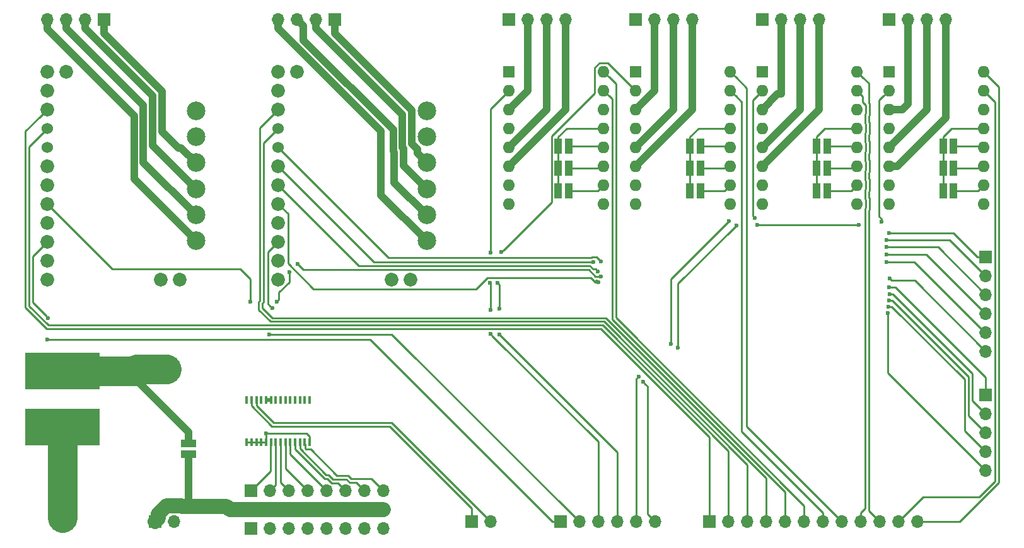
<source format=gbr>
G04 #@! TF.FileFunction,Copper,L1,Top,Signal*
%FSLAX46Y46*%
G04 Gerber Fmt 4.6, Leading zero omitted, Abs format (unit mm)*
G04 Created by KiCad (PCBNEW 4.0.7) date 03/14/18 22:29:54*
%MOMM*%
%LPD*%
G01*
G04 APERTURE LIST*
%ADD10C,0.100000*%
%ADD11R,1.600000X1.600000*%
%ADD12O,1.600000X1.600000*%
%ADD13R,10.000000X5.000000*%
%ADD14R,1.700000X1.700000*%
%ADD15O,1.700000X1.700000*%
%ADD16R,1.000000X2.000000*%
%ADD17R,2.000000X1.000000*%
%ADD18C,1.850000*%
%ADD19C,1.524000*%
%ADD20C,2.500000*%
%ADD21R,0.400000X1.100000*%
%ADD22C,2.000000*%
%ADD23C,0.600000*%
%ADD24C,4.000000*%
%ADD25C,0.250000*%
%ADD26C,1.000000*%
%ADD27C,2.000000*%
G04 APERTURE END LIST*
D10*
D11*
X180000000Y-57000000D03*
D12*
X192700000Y-74780000D03*
X180000000Y-59540000D03*
X192700000Y-72240000D03*
X180000000Y-62080000D03*
X192700000Y-69700000D03*
X180000000Y-64620000D03*
X192700000Y-67160000D03*
X180000000Y-67160000D03*
X192700000Y-64620000D03*
X180000000Y-69700000D03*
X192700000Y-62080000D03*
X180000000Y-72240000D03*
X192700000Y-59540000D03*
X180000000Y-74780000D03*
X192700000Y-57000000D03*
D11*
X197000000Y-57000000D03*
D12*
X209700000Y-74780000D03*
X197000000Y-59540000D03*
X209700000Y-72240000D03*
X197000000Y-62080000D03*
X209700000Y-69700000D03*
X197000000Y-64620000D03*
X209700000Y-67160000D03*
X197000000Y-67160000D03*
X209700000Y-64620000D03*
X197000000Y-69700000D03*
X209700000Y-62080000D03*
X197000000Y-72240000D03*
X209700000Y-59540000D03*
X197000000Y-74780000D03*
X209700000Y-57000000D03*
D11*
X214000000Y-57000000D03*
D12*
X226700000Y-74780000D03*
X214000000Y-59540000D03*
X226700000Y-72240000D03*
X214000000Y-62080000D03*
X226700000Y-69700000D03*
X214000000Y-64620000D03*
X226700000Y-67160000D03*
X214000000Y-67160000D03*
X226700000Y-64620000D03*
X214000000Y-69700000D03*
X226700000Y-62080000D03*
X214000000Y-72240000D03*
X226700000Y-59540000D03*
X214000000Y-74780000D03*
X226700000Y-57000000D03*
D11*
X231000000Y-57000000D03*
D12*
X243700000Y-74780000D03*
X231000000Y-59540000D03*
X243700000Y-72240000D03*
X231000000Y-62080000D03*
X243700000Y-69700000D03*
X231000000Y-64620000D03*
X243700000Y-67160000D03*
X231000000Y-67160000D03*
X243700000Y-64620000D03*
X231000000Y-69700000D03*
X243700000Y-62080000D03*
X231000000Y-72240000D03*
X243700000Y-59540000D03*
X231000000Y-74780000D03*
X243700000Y-57000000D03*
D13*
X120000000Y-97250000D03*
X120000000Y-104750000D03*
D14*
X180000000Y-50000000D03*
D15*
X182540000Y-50000000D03*
X185080000Y-50000000D03*
X187620000Y-50000000D03*
D14*
X197000000Y-50000000D03*
D15*
X199540000Y-50000000D03*
X202080000Y-50000000D03*
X204620000Y-50000000D03*
D14*
X214000000Y-50000000D03*
D15*
X216540000Y-50000000D03*
X219080000Y-50000000D03*
X221620000Y-50000000D03*
D14*
X231000000Y-50000000D03*
D15*
X233540000Y-50000000D03*
X236080000Y-50000000D03*
X238620000Y-50000000D03*
D14*
X125620000Y-50000000D03*
D15*
X123080000Y-50000000D03*
X120540000Y-50000000D03*
X118000000Y-50000000D03*
D14*
X156620000Y-50000000D03*
D15*
X154080000Y-50000000D03*
X151540000Y-50000000D03*
X149000000Y-50000000D03*
D14*
X206920000Y-117500000D03*
D15*
X209460000Y-117500000D03*
X212000000Y-117500000D03*
X214540000Y-117500000D03*
X217080000Y-117500000D03*
X219620000Y-117500000D03*
X222160000Y-117500000D03*
X224700000Y-117500000D03*
X227240000Y-117500000D03*
X229780000Y-117500000D03*
X232320000Y-117500000D03*
X234860000Y-117500000D03*
D14*
X244000000Y-100460000D03*
D15*
X244000000Y-103000000D03*
X244000000Y-105540000D03*
X244000000Y-108080000D03*
X244000000Y-110620000D03*
D14*
X244000000Y-81920000D03*
D15*
X244000000Y-84460000D03*
X244000000Y-87000000D03*
X244000000Y-89540000D03*
X244000000Y-92080000D03*
X244000000Y-94620000D03*
D14*
X186920000Y-117500000D03*
D15*
X189460000Y-117500000D03*
X192000000Y-117500000D03*
X194540000Y-117500000D03*
X197080000Y-117500000D03*
X199620000Y-117500000D03*
D14*
X145380000Y-115900000D03*
D15*
X147920000Y-115900000D03*
X150460000Y-115900000D03*
X153000000Y-115900000D03*
X155540000Y-115900000D03*
X158080000Y-115900000D03*
X160620000Y-115900000D03*
X163160000Y-115900000D03*
D14*
X145380000Y-118440000D03*
D15*
X147920000Y-118440000D03*
X150460000Y-118440000D03*
X153000000Y-118440000D03*
X155540000Y-118440000D03*
X158080000Y-118440000D03*
X160620000Y-118440000D03*
X163160000Y-118440000D03*
D14*
X132500000Y-117500000D03*
D15*
X135040000Y-117500000D03*
D14*
X145380000Y-113360000D03*
D15*
X147920000Y-113360000D03*
X150460000Y-113360000D03*
X153000000Y-113360000D03*
X155540000Y-113360000D03*
X158080000Y-113360000D03*
X160620000Y-113360000D03*
X163160000Y-113360000D03*
D16*
X186600000Y-73000000D03*
X188000000Y-73000000D03*
X204300000Y-73000000D03*
X205700000Y-73000000D03*
X221300000Y-73000000D03*
X222700000Y-73000000D03*
X238300000Y-73000000D03*
X239700000Y-73000000D03*
X186600000Y-70000000D03*
X188000000Y-70000000D03*
X204300000Y-70000000D03*
X205700000Y-70000000D03*
X221300000Y-70000000D03*
X222700000Y-70000000D03*
X238300000Y-70000000D03*
X239700000Y-70000000D03*
X186600000Y-67000000D03*
X188000000Y-67000000D03*
X204300000Y-67000000D03*
X205700000Y-67000000D03*
X221300000Y-67000000D03*
X222700000Y-67000000D03*
X238300000Y-67000000D03*
X239700000Y-67000000D03*
D17*
X137000000Y-107000000D03*
X137000000Y-108400000D03*
D18*
X120540000Y-57000000D03*
X118000000Y-57000000D03*
X118000000Y-59541818D03*
X118000000Y-62083636D03*
D19*
X118000000Y-64625454D03*
X118000000Y-67167272D03*
D18*
X118000000Y-69709090D03*
X118000000Y-72250908D03*
X118000000Y-74792726D03*
X118000000Y-77334544D03*
X118000000Y-79876362D03*
X118000000Y-82418180D03*
X118000000Y-84959998D03*
D20*
X137940000Y-62250000D03*
X137940000Y-65750000D03*
X137940000Y-69250000D03*
X137940000Y-72750000D03*
X137940000Y-76250000D03*
X137940000Y-79750000D03*
D18*
X135780000Y-84959998D03*
X133240000Y-84959998D03*
X151540000Y-57000000D03*
X149000000Y-57000000D03*
X149000000Y-59541818D03*
X149000000Y-62083636D03*
D19*
X149000000Y-64625454D03*
X149000000Y-67167272D03*
D18*
X149000000Y-69709090D03*
X149000000Y-72250908D03*
X149000000Y-74792726D03*
X149000000Y-77334544D03*
X149000000Y-79876362D03*
X149000000Y-82418180D03*
X149000000Y-84959998D03*
D20*
X168940000Y-62250000D03*
X168940000Y-65750000D03*
X168940000Y-69250000D03*
X168940000Y-72750000D03*
X168940000Y-76250000D03*
X168940000Y-79750000D03*
D18*
X166780000Y-84959998D03*
X164240000Y-84959998D03*
D21*
X144775000Y-106850000D03*
X145425000Y-106850000D03*
X146075000Y-106850000D03*
X146725000Y-106850000D03*
X147375000Y-106850000D03*
X148025000Y-106850000D03*
X148675000Y-106850000D03*
X149325000Y-106850000D03*
X149975000Y-106850000D03*
X150625000Y-106850000D03*
X151275000Y-106850000D03*
X151925000Y-106850000D03*
X152575000Y-106850000D03*
X153225000Y-106850000D03*
X153225000Y-101150000D03*
X152575000Y-101150000D03*
X151925000Y-101150000D03*
X151275000Y-101150000D03*
X150625000Y-101150000D03*
X149975000Y-101150000D03*
X149325000Y-101150000D03*
X148675000Y-101150000D03*
X148025000Y-101150000D03*
X147375000Y-101150000D03*
X146725000Y-101150000D03*
X146075000Y-101150000D03*
X145425000Y-101150000D03*
X144775000Y-101150000D03*
D14*
X175000000Y-117500000D03*
D15*
X177540000Y-117500000D03*
D22*
X120000000Y-117000000D03*
X120000000Y-115000000D03*
X120000000Y-113000000D03*
X120000000Y-111000000D03*
X120000000Y-109000000D03*
D23*
X147400000Y-105600000D03*
X147700000Y-101150000D03*
X177400000Y-85434989D03*
X177504438Y-81324989D03*
X177500000Y-92275041D03*
X177500000Y-89000000D03*
D22*
X134000000Y-97000000D03*
X132000000Y-97000000D03*
X130000000Y-97000000D03*
X128000000Y-97250000D03*
X126000000Y-97250000D03*
D23*
X178484325Y-85434989D03*
X179000000Y-81275010D03*
X178700000Y-88900000D03*
X178700000Y-92300000D03*
X213000000Y-76700000D03*
X197400000Y-98000000D03*
X209500000Y-77100000D03*
X201700000Y-93600000D03*
X210500000Y-77700000D03*
X198000000Y-98700000D03*
X202700000Y-94100000D03*
X227000000Y-77574968D03*
X213300000Y-77574968D03*
X230000000Y-77200000D03*
X192300000Y-82500000D03*
X231000000Y-86000000D03*
X191358485Y-82619890D03*
X231100000Y-86900000D03*
X191932293Y-83850012D03*
X231041741Y-87748987D03*
X192376175Y-84574918D03*
X145300000Y-87935029D03*
X148800000Y-87935044D03*
X150500000Y-84000000D03*
X151578965Y-82852958D03*
X230985267Y-88597120D03*
X192026153Y-85349517D03*
X230882902Y-89440945D03*
X231000000Y-78700000D03*
X230700000Y-79600000D03*
X230700000Y-80600000D03*
X230699986Y-81600000D03*
X230700000Y-82600000D03*
X231100000Y-84800000D03*
X118000000Y-93000000D03*
X118100000Y-90100000D03*
X148200000Y-88800000D03*
X147799990Y-92300000D03*
D24*
X120000000Y-115000000D02*
X120000000Y-117000000D01*
X120000000Y-113000000D02*
X120000000Y-115000000D01*
X120000000Y-111000000D02*
X120000000Y-113000000D01*
X120000000Y-109000000D02*
X120000000Y-111000000D01*
X120000000Y-104750000D02*
X120000000Y-109000000D01*
D25*
X147824264Y-105600000D02*
X147400000Y-105600000D01*
X152775000Y-105600000D02*
X147824264Y-105600000D01*
X153225000Y-106050000D02*
X152775000Y-105600000D01*
X153225000Y-106850000D02*
X153225000Y-106050000D01*
X147375000Y-105625000D02*
X147400000Y-105600000D01*
X147375000Y-106850000D02*
X147375000Y-105625000D01*
X147375000Y-101150000D02*
X147700000Y-101150000D01*
X147700000Y-101150000D02*
X148025000Y-101150000D01*
X146725000Y-106850000D02*
X147375000Y-106850000D01*
X146075000Y-106850000D02*
X146725000Y-106850000D01*
X145425000Y-106850000D02*
X146075000Y-106850000D01*
X144775000Y-106850000D02*
X145425000Y-106850000D01*
X177500000Y-85534989D02*
X177400000Y-85434989D01*
X177500000Y-89000000D02*
X177500000Y-85534989D01*
X180000000Y-59540000D02*
X177504438Y-62035562D01*
X177504438Y-80900725D02*
X177504438Y-81324989D01*
X177504438Y-62035562D02*
X177504438Y-80900725D01*
X177799999Y-92575040D02*
X177500000Y-92275041D01*
X192000000Y-117500000D02*
X192000000Y-106775041D01*
X192000000Y-106775041D02*
X177799999Y-92575040D01*
X188000000Y-73000000D02*
X191940000Y-73000000D01*
X191940000Y-73000000D02*
X192700000Y-72240000D01*
D26*
X180000000Y-62080000D02*
X182540000Y-59540000D01*
X182540000Y-59540000D02*
X182540000Y-50000000D01*
D25*
X188000000Y-70000000D02*
X192400000Y-70000000D01*
X192400000Y-70000000D02*
X192700000Y-69700000D01*
X188000000Y-67000000D02*
X192540000Y-67000000D01*
X192540000Y-67000000D02*
X192700000Y-67160000D01*
D26*
X180000000Y-67160000D02*
X185080000Y-62080000D01*
X185080000Y-62080000D02*
X185080000Y-50000000D01*
D25*
X186600000Y-67000000D02*
X186600000Y-73000000D01*
X204300000Y-67000000D02*
X204300000Y-68250000D01*
X204300000Y-68250000D02*
X204300000Y-73000000D01*
X221300000Y-67000000D02*
X221300000Y-73000000D01*
X238300000Y-67000000D02*
X238300000Y-68250000D01*
X238300000Y-68250000D02*
X238300000Y-73000000D01*
X243700000Y-64620000D02*
X239430000Y-64620000D01*
X239430000Y-64620000D02*
X238300000Y-65750000D01*
X238300000Y-65750000D02*
X238300000Y-67000000D01*
X226700000Y-64620000D02*
X222430000Y-64620000D01*
X222430000Y-64620000D02*
X221300000Y-65750000D01*
X221300000Y-65750000D02*
X221300000Y-67000000D01*
X209700000Y-64620000D02*
X205430000Y-64620000D01*
X205430000Y-64620000D02*
X204300000Y-65750000D01*
X204300000Y-65750000D02*
X204300000Y-67000000D01*
X192700000Y-64620000D02*
X187730000Y-64620000D01*
X187730000Y-64620000D02*
X186600000Y-65750000D01*
X186600000Y-65750000D02*
X186600000Y-67000000D01*
D26*
X187620000Y-51202081D02*
X187620000Y-50000000D01*
X187620000Y-62080000D02*
X187620000Y-51202081D01*
X180000000Y-69700000D02*
X187620000Y-62080000D01*
D25*
X217080000Y-117500000D02*
X217080000Y-113500056D01*
X217080000Y-113500056D02*
X193875001Y-90295057D01*
X193499999Y-60339999D02*
X192700000Y-59540000D01*
X193875001Y-90295057D02*
X193875001Y-60715001D01*
X193875001Y-60715001D02*
X193499999Y-60339999D01*
D24*
X132000000Y-97000000D02*
X134000000Y-97000000D01*
X130000000Y-97000000D02*
X132000000Y-97000000D01*
X128000000Y-97250000D02*
X129750000Y-97250000D01*
X129750000Y-97250000D02*
X130000000Y-97000000D01*
D26*
X128750000Y-97250000D02*
X128000000Y-97250000D01*
D24*
X126000000Y-97250000D02*
X128000000Y-97250000D01*
X120000000Y-97250000D02*
X126000000Y-97250000D01*
D26*
X137000000Y-107000000D02*
X137000000Y-105500000D01*
X137000000Y-105500000D02*
X128750000Y-97250000D01*
D25*
X193499999Y-57799999D02*
X192700000Y-57000000D01*
X194375012Y-58675012D02*
X193499999Y-57799999D01*
X194375012Y-90087946D02*
X194375012Y-58675012D01*
X219620000Y-117500000D02*
X219620000Y-115332934D01*
X219620000Y-115332934D02*
X194375012Y-90087946D01*
X178700000Y-88900000D02*
X178700000Y-85650664D01*
X178700000Y-85650664D02*
X178484325Y-85434989D01*
X179299999Y-80975011D02*
X179000000Y-81275010D01*
X185724999Y-74550011D02*
X179299999Y-80975011D01*
X191524999Y-59899999D02*
X185724999Y-65699999D01*
X192135999Y-55824999D02*
X191524999Y-56435999D01*
X193284999Y-55824999D02*
X192135999Y-55824999D01*
X191524999Y-56435999D02*
X191524999Y-59899999D01*
X197000000Y-59540000D02*
X193284999Y-55824999D01*
X185724999Y-65699999D02*
X185724999Y-74550011D01*
X194540000Y-117500000D02*
X194540000Y-108140000D01*
X194540000Y-108140000D02*
X178700000Y-92300000D01*
X205700000Y-73000000D02*
X208940000Y-73000000D01*
X208940000Y-73000000D02*
X209700000Y-72240000D01*
D26*
X197000000Y-62080000D02*
X199540000Y-59540000D01*
X199540000Y-59540000D02*
X199540000Y-50000000D01*
D25*
X205700000Y-70000000D02*
X209400000Y-70000000D01*
X209400000Y-70000000D02*
X209700000Y-69700000D01*
X205700000Y-67000000D02*
X209540000Y-67000000D01*
X209540000Y-67000000D02*
X209700000Y-67160000D01*
D26*
X197000000Y-67160000D02*
X202080000Y-62080000D01*
X202080000Y-62080000D02*
X202080000Y-50000000D01*
X197000000Y-69700000D02*
X204620000Y-62080000D01*
X204620000Y-62080000D02*
X204620000Y-50000000D01*
D25*
X211249989Y-105387908D02*
X211249989Y-61089989D01*
X222160000Y-116297919D02*
X211249989Y-105387908D01*
X211249989Y-61089989D02*
X210499999Y-60339999D01*
X222160000Y-117500000D02*
X222160000Y-116297919D01*
X210499999Y-60339999D02*
X209700000Y-59540000D01*
X224700000Y-117500000D02*
X211900000Y-104700000D01*
X211900000Y-104700000D02*
X211900000Y-59200000D01*
X211900000Y-59200000D02*
X210499999Y-57799999D01*
X210499999Y-57799999D02*
X209700000Y-57000000D01*
X212700001Y-76400001D02*
X213000000Y-76700000D01*
X212700001Y-60839999D02*
X212700001Y-76400001D01*
X214000000Y-59540000D02*
X212700001Y-60839999D01*
X197100001Y-98299999D02*
X197400000Y-98000000D01*
X197080000Y-98320000D02*
X197100001Y-98299999D01*
X197080000Y-117500000D02*
X197080000Y-98320000D01*
X209200001Y-77399999D02*
X209500000Y-77100000D01*
X201700000Y-93600000D02*
X201700000Y-84900000D01*
X201700000Y-84900000D02*
X209200001Y-77399999D01*
X222700000Y-73000000D02*
X225940000Y-73000000D01*
X225940000Y-73000000D02*
X226700000Y-72240000D01*
D26*
X214000000Y-62080000D02*
X216080000Y-60000000D01*
X216080000Y-60000000D02*
X216500000Y-60000000D01*
X216500000Y-60000000D02*
X216540000Y-59960000D01*
X216540000Y-59960000D02*
X216540000Y-50000000D01*
D25*
X222700000Y-70000000D02*
X226400000Y-70000000D01*
X226400000Y-70000000D02*
X226700000Y-69700000D01*
X222700000Y-67000000D02*
X226540000Y-67000000D01*
X226540000Y-67000000D02*
X226700000Y-67160000D01*
D26*
X214000000Y-67160000D02*
X219080000Y-62080000D01*
X219080000Y-62080000D02*
X219080000Y-50000000D01*
X214000000Y-69700000D02*
X221620000Y-62080000D01*
X221620000Y-62080000D02*
X221620000Y-50000000D01*
D25*
X227499999Y-61140997D02*
X227499999Y-60339999D01*
X227875001Y-69135999D02*
X227799989Y-69060987D01*
X227875001Y-61515999D02*
X227499999Y-61140997D01*
X227875001Y-66595999D02*
X227799989Y-66520987D01*
X227799989Y-63980987D02*
X227799989Y-62719013D01*
X227875001Y-64055999D02*
X227799989Y-63980987D01*
X227875001Y-74215999D02*
X227799989Y-74140987D01*
X227875001Y-67724001D02*
X227875001Y-66595999D01*
X227799989Y-72879013D02*
X227875001Y-72804001D01*
X227799989Y-69060987D02*
X227799989Y-67799013D01*
X227799989Y-65259013D02*
X227875001Y-65184001D01*
X227875001Y-71675999D02*
X227799989Y-71600987D01*
X227875001Y-72804001D02*
X227875001Y-71675999D01*
X227799989Y-115737930D02*
X227799989Y-75419013D01*
X227875001Y-75344001D02*
X227875001Y-74215999D01*
X227875001Y-65184001D02*
X227875001Y-64055999D01*
X227799989Y-71600987D02*
X227799989Y-70339013D01*
X227799989Y-75419013D02*
X227875001Y-75344001D01*
X227240000Y-116297919D02*
X227799989Y-115737930D01*
X227240000Y-117500000D02*
X227240000Y-116297919D01*
X227799989Y-70339013D02*
X227875001Y-70264001D01*
X227875001Y-62644001D02*
X227875001Y-61515999D01*
X227875001Y-70264001D02*
X227875001Y-69135999D01*
X227799989Y-62719013D02*
X227875001Y-62644001D01*
X227799989Y-66520987D02*
X227799989Y-65259013D01*
X227799989Y-74140987D02*
X227799989Y-72879013D01*
X227799989Y-67799013D02*
X227875001Y-67724001D01*
X227499999Y-60339999D02*
X226700000Y-59540000D01*
X228375011Y-66388887D02*
X228300000Y-66313876D01*
X228375011Y-71468887D02*
X228300000Y-71393876D01*
X228300000Y-63773876D02*
X228300000Y-62926124D01*
X228300000Y-70546124D02*
X228375012Y-70471112D01*
X228300000Y-75626124D02*
X228375012Y-75551112D01*
X228300000Y-61233876D02*
X228300000Y-58600000D01*
X229780000Y-117500000D02*
X228300000Y-116020000D01*
X228300000Y-116020000D02*
X228300000Y-75626124D01*
X228375012Y-70471112D02*
X228375011Y-68928887D01*
X228375012Y-75551112D02*
X228375011Y-74008887D01*
X228375012Y-73011112D02*
X228375011Y-71468887D01*
X228375011Y-74008887D02*
X228300000Y-73933876D01*
X228300000Y-73933876D02*
X228300000Y-73086124D01*
X228300000Y-73086124D02*
X228375012Y-73011112D01*
X228300000Y-71393876D02*
X228300000Y-70546124D01*
X228375011Y-68928887D02*
X228300000Y-68853876D01*
X228300000Y-68853876D02*
X228300000Y-68006124D01*
X228300000Y-68006124D02*
X228375012Y-67931112D01*
X228375012Y-67931112D02*
X228375011Y-66388887D01*
X228300000Y-66313876D02*
X228300000Y-65466124D01*
X227499999Y-57799999D02*
X226700000Y-57000000D01*
X228300000Y-65466124D02*
X228375012Y-65391112D01*
X228375011Y-63848887D02*
X228300000Y-63773876D01*
X228375012Y-65391112D02*
X228375011Y-63848887D01*
X228300000Y-62926124D02*
X228375012Y-62851112D01*
X228375012Y-62851112D02*
X228375011Y-61308887D01*
X228375011Y-61308887D02*
X228300000Y-61233876D01*
X228300000Y-58600000D02*
X227499999Y-57799999D01*
X230000000Y-77200000D02*
X230000000Y-76775736D01*
X230000000Y-76775736D02*
X229700000Y-76475736D01*
X229700000Y-60840000D02*
X230200001Y-60339999D01*
X229700000Y-76475736D02*
X229700000Y-60840000D01*
X230200001Y-60339999D02*
X231000000Y-59540000D01*
X202700000Y-85500000D02*
X210200001Y-77999999D01*
X202700000Y-94100000D02*
X202700000Y-85500000D01*
X210200001Y-77999999D02*
X210500000Y-77700000D01*
X199620000Y-117500000D02*
X198600000Y-116480000D01*
X198600000Y-116480000D02*
X198600000Y-99300000D01*
X198600000Y-99300000D02*
X198299999Y-98999999D01*
X198299999Y-98999999D02*
X198000000Y-98700000D01*
X226575736Y-77574968D02*
X213300000Y-77574968D01*
X227000000Y-77574968D02*
X226575736Y-77574968D01*
X239700000Y-73000000D02*
X242940000Y-73000000D01*
X242940000Y-73000000D02*
X243700000Y-72240000D01*
D26*
X231000000Y-62080000D02*
X232820000Y-62080000D01*
X232820000Y-62080000D02*
X233540000Y-61360000D01*
X233540000Y-61360000D02*
X233540000Y-51202081D01*
X233540000Y-51202081D02*
X233540000Y-50000000D01*
D25*
X239700000Y-70000000D02*
X243400000Y-70000000D01*
X243400000Y-70000000D02*
X243700000Y-69700000D01*
X239700000Y-67000000D02*
X243540000Y-67000000D01*
X243540000Y-67000000D02*
X243700000Y-67160000D01*
D26*
X231000000Y-67160000D02*
X236080000Y-62080000D01*
X236080000Y-62080000D02*
X236080000Y-50000000D01*
X231000000Y-69700000D02*
X232131370Y-69700000D01*
X232131370Y-69700000D02*
X238620000Y-63211370D01*
X238620000Y-63211370D02*
X238620000Y-51202081D01*
X238620000Y-51202081D02*
X238620000Y-50000000D01*
D25*
X243100000Y-114200000D02*
X245225001Y-112074999D01*
X245225001Y-112074999D02*
X245225001Y-61065001D01*
X245225001Y-61065001D02*
X244499999Y-60339999D01*
X244499999Y-60339999D02*
X243700000Y-59540000D01*
X235620000Y-114200000D02*
X243100000Y-114200000D01*
X232320000Y-117500000D02*
X235620000Y-114200000D01*
X234860000Y-117500000D02*
X240507122Y-117500000D01*
X244499999Y-57799999D02*
X243700000Y-57000000D01*
X240507122Y-117500000D02*
X245800000Y-112207122D01*
X245800000Y-112207122D02*
X245800000Y-59100000D01*
X245800000Y-59100000D02*
X244499999Y-57799999D01*
D26*
X137940000Y-69250000D02*
X135989999Y-67299999D01*
X135989999Y-67299999D02*
X135599999Y-67299999D01*
X133400000Y-65100000D02*
X133400000Y-59630000D01*
X135599999Y-67299999D02*
X133400000Y-65100000D01*
X133400000Y-59630000D02*
X125620000Y-51850000D01*
X125620000Y-51850000D02*
X125620000Y-50000000D01*
X137940000Y-72750000D02*
X132149989Y-66959989D01*
X132149989Y-60272070D02*
X123080000Y-51202081D01*
X123080000Y-51202081D02*
X123080000Y-50000000D01*
X132149989Y-66959989D02*
X132149989Y-60272070D01*
X120540000Y-51202081D02*
X120540000Y-50000000D01*
X130899978Y-61562059D02*
X120540000Y-51202081D01*
X137940000Y-76250000D02*
X130899978Y-69209978D01*
X130899978Y-69209978D02*
X130899978Y-61562059D01*
X118000000Y-51202081D02*
X118000000Y-50000000D01*
X129649967Y-62949967D02*
X118000000Y-51300000D01*
X137940000Y-79750000D02*
X129649967Y-71459967D01*
X118000000Y-51300000D02*
X118000000Y-51202081D01*
X129649967Y-71459967D02*
X129649967Y-62949967D01*
X166939999Y-66710001D02*
X166939999Y-62169999D01*
X167690001Y-67460003D02*
X166939999Y-66710001D01*
X167690001Y-68000001D02*
X167690001Y-67460003D01*
X156620000Y-51850000D02*
X156620000Y-50000000D01*
X166939999Y-62169999D02*
X156620000Y-51850000D01*
X168940000Y-69250000D02*
X167690001Y-68000001D01*
X165689988Y-62812069D02*
X154080000Y-51202081D01*
X165839988Y-69649988D02*
X165839988Y-67377772D01*
X168940000Y-72750000D02*
X165839988Y-69649988D01*
X165689988Y-67227772D02*
X165689988Y-62812069D01*
X165839988Y-67377772D02*
X165689988Y-67227772D01*
X154080000Y-51202081D02*
X154080000Y-50000000D01*
X152389999Y-52789999D02*
X152389999Y-50849999D01*
X168940000Y-76250000D02*
X164589977Y-71899977D01*
X164589977Y-71899977D02*
X164589977Y-67895543D01*
X164589977Y-67895543D02*
X164439977Y-67745543D01*
X164439977Y-67745543D02*
X164439977Y-64839977D01*
X164439977Y-64839977D02*
X152389999Y-52789999D01*
X152389999Y-50849999D02*
X151540000Y-50000000D01*
X168940000Y-79750000D02*
X162800000Y-73610000D01*
X162800000Y-73610000D02*
X162800000Y-65002081D01*
X149000000Y-51202081D02*
X149000000Y-50000000D01*
X162800000Y-65002081D02*
X149000000Y-51202081D01*
D25*
X117075001Y-63008635D02*
X118000000Y-62083636D01*
X115050000Y-88720712D02*
X115050000Y-65033636D01*
X192351487Y-91600031D02*
X117929319Y-91600031D01*
X206920000Y-106168544D02*
X192351487Y-91600031D01*
X115050000Y-65033636D02*
X117075001Y-63008635D01*
X206920000Y-117500000D02*
X206920000Y-106168544D01*
X117929319Y-91600031D02*
X115050000Y-88720712D01*
X115550011Y-88513601D02*
X115550011Y-67075443D01*
X117238001Y-65387453D02*
X118000000Y-64625454D01*
X115550011Y-67075443D02*
X117238001Y-65387453D01*
X118136431Y-91100021D02*
X115550011Y-88513601D01*
X192558599Y-91100021D02*
X118136431Y-91100021D01*
X209460000Y-117500000D02*
X209460000Y-108001422D01*
X209460000Y-108001422D02*
X192558599Y-91100021D01*
X148075001Y-63008635D02*
X149000000Y-62083636D01*
X146499989Y-64583647D02*
X148075001Y-63008635D01*
X212000000Y-117500000D02*
X212000000Y-109834300D01*
X146499989Y-87846026D02*
X146499989Y-64583647D01*
X146402118Y-87943897D02*
X146499989Y-87846026D01*
X212000000Y-109834300D02*
X192765711Y-90600011D01*
X146402117Y-89006122D02*
X146402118Y-87943897D01*
X147996006Y-90600011D02*
X146402117Y-89006122D01*
X192765711Y-90600011D02*
X147996006Y-90600011D01*
X146902128Y-88151009D02*
X147000000Y-88053137D01*
X147000000Y-88053137D02*
X147000000Y-66625454D01*
X147000000Y-66625454D02*
X148238001Y-65387453D01*
X214540000Y-111667178D02*
X192972822Y-90100000D01*
X192972822Y-90100000D02*
X148203117Y-90100000D01*
X146902128Y-88799011D02*
X146902128Y-88151009D01*
X148203117Y-90100000D02*
X146902128Y-88799011D01*
X214540000Y-117500000D02*
X214540000Y-111667178D01*
X148238001Y-65387453D02*
X149000000Y-64625454D01*
X163832727Y-81999999D02*
X191063161Y-81999999D01*
X191728132Y-81928132D02*
X192000001Y-82200001D01*
X191135028Y-81928132D02*
X191728132Y-81928132D01*
X191063161Y-81999999D02*
X191135028Y-81928132D01*
X149000000Y-67167272D02*
X163832727Y-81999999D01*
X192000001Y-82200001D02*
X192300000Y-82500000D01*
X244000000Y-100460000D02*
X244000000Y-98100000D01*
X244000000Y-98100000D02*
X231900000Y-86000000D01*
X231900000Y-86000000D02*
X231000000Y-86000000D01*
X191316524Y-82577929D02*
X191358485Y-82619890D01*
X161868839Y-82577929D02*
X191316524Y-82577929D01*
X149000000Y-69709090D02*
X161868839Y-82577929D01*
X242200031Y-101200031D02*
X242200031Y-97575767D01*
X244000000Y-103000000D02*
X242200031Y-101200031D01*
X231524264Y-86900000D02*
X231100000Y-86900000D01*
X242200031Y-97575767D02*
X231524264Y-86900000D01*
X159849081Y-83099989D02*
X190839580Y-83099989D01*
X191289604Y-83550013D02*
X191632294Y-83550013D01*
X190839580Y-83099989D02*
X191289604Y-83550013D01*
X149000000Y-72250908D02*
X159849081Y-83099989D01*
X191632294Y-83550013D02*
X191932293Y-83850012D01*
X241700022Y-103240022D02*
X241700022Y-97983004D01*
X244000000Y-105540000D02*
X241700022Y-103240022D01*
X241700022Y-97983004D02*
X231466005Y-87748987D01*
X231466005Y-87748987D02*
X231041741Y-87748987D01*
X191607387Y-84574918D02*
X191951911Y-84574918D01*
X190692466Y-83659997D02*
X191607387Y-84574918D01*
X151578965Y-82852958D02*
X152386004Y-83659997D01*
X152386004Y-83659997D02*
X190692466Y-83659997D01*
X191951911Y-84574918D02*
X192376175Y-84574918D01*
X145300000Y-87510765D02*
X145300000Y-87935029D01*
X143900000Y-83500000D02*
X145300000Y-84900000D01*
X126707274Y-83500000D02*
X143900000Y-83500000D01*
X145300000Y-84900000D02*
X145300000Y-87510765D01*
X118000000Y-74792726D02*
X126707274Y-83500000D01*
X149100000Y-87635044D02*
X148800000Y-87935044D01*
X149100000Y-86700000D02*
X149100000Y-87635044D01*
X150500000Y-84000000D02*
X150500000Y-85300000D01*
X150500000Y-85300000D02*
X149100000Y-86700000D01*
X241200011Y-98387600D02*
X231409531Y-88597120D01*
X231409531Y-88597120D02*
X230985267Y-88597120D01*
X244000000Y-108080000D02*
X241200011Y-105280011D01*
X241200011Y-105280011D02*
X241200011Y-98387600D01*
X191601889Y-85349517D02*
X192026153Y-85349517D01*
X177075998Y-84759987D02*
X191012359Y-84759987D01*
X191012359Y-84759987D02*
X191601889Y-85349517D01*
X175575986Y-86259999D02*
X177075998Y-84759987D01*
X153759001Y-86259999D02*
X175575986Y-86259999D01*
X150300001Y-76092727D02*
X150300001Y-82800999D01*
X150300001Y-82800999D02*
X153759001Y-86259999D01*
X191675736Y-85100000D02*
X191776636Y-85100000D01*
X191776636Y-85100000D02*
X192026153Y-85349517D01*
X149000000Y-74792726D02*
X150300001Y-76092727D01*
X230882902Y-97502902D02*
X230882902Y-89865209D01*
X244000000Y-110620000D02*
X230882902Y-97502902D01*
X230882902Y-89865209D02*
X230882902Y-89440945D01*
X231424264Y-78700000D02*
X231000000Y-78700000D01*
X244000000Y-81920000D02*
X242900000Y-81920000D01*
X242900000Y-81920000D02*
X239680000Y-78700000D01*
X239680000Y-78700000D02*
X231424264Y-78700000D01*
X239140000Y-79600000D02*
X231124264Y-79600000D01*
X231124264Y-79600000D02*
X230700000Y-79600000D01*
X244000000Y-84460000D02*
X239140000Y-79600000D01*
X237600000Y-80600000D02*
X231124264Y-80600000D01*
X231124264Y-80600000D02*
X230700000Y-80600000D01*
X244000000Y-87000000D02*
X237600000Y-80600000D01*
X236060000Y-81600000D02*
X231124250Y-81600000D01*
X244000000Y-89540000D02*
X236060000Y-81600000D01*
X231124250Y-81600000D02*
X230699986Y-81600000D01*
X244000000Y-92080000D02*
X243880000Y-92080000D01*
X243880000Y-92080000D02*
X234400000Y-82600000D01*
X234400000Y-82600000D02*
X231124264Y-82600000D01*
X231124264Y-82600000D02*
X230700000Y-82600000D01*
X244000000Y-94620000D02*
X234479999Y-85099999D01*
X231399999Y-85099999D02*
X231100000Y-84800000D01*
X234479999Y-85099999D02*
X231399999Y-85099999D01*
X116050022Y-81826340D02*
X116050022Y-88050022D01*
X118000000Y-79876362D02*
X116050022Y-81826340D01*
X116050022Y-88050022D02*
X117800001Y-89800001D01*
X117800001Y-89800001D02*
X118100000Y-90100000D01*
X161320000Y-93000000D02*
X118424264Y-93000000D01*
X185820000Y-117500000D02*
X161320000Y-93000000D01*
X186920000Y-117500000D02*
X185820000Y-117500000D01*
X118424264Y-93000000D02*
X118000000Y-93000000D01*
X147900001Y-88500001D02*
X148200000Y-88800000D01*
X149000000Y-79876362D02*
X147600001Y-81276361D01*
X147600001Y-88200001D02*
X147900001Y-88500001D01*
X147600001Y-81276361D02*
X147600001Y-88200001D01*
X164260000Y-92300000D02*
X148224254Y-92300000D01*
X189460000Y-117500000D02*
X164260000Y-92300000D01*
X148224254Y-92300000D02*
X147799990Y-92300000D01*
D27*
X132500000Y-117500000D02*
X132939999Y-117060001D01*
X132939999Y-117060001D02*
X132939999Y-116491999D01*
X136048001Y-115399999D02*
X136098001Y-115449999D01*
X132939999Y-116491999D02*
X134031999Y-115399999D01*
X134031999Y-115399999D02*
X136048001Y-115399999D01*
X136098001Y-115449999D02*
X137400000Y-115449999D01*
X137400000Y-115449999D02*
X142079999Y-115449999D01*
D26*
X137000000Y-108400000D02*
X137000000Y-115049999D01*
X137000000Y-115049999D02*
X137400000Y-115449999D01*
D27*
X160620000Y-115900000D02*
X163160000Y-115900000D01*
X158080000Y-115900000D02*
X160620000Y-115900000D01*
X155540000Y-115900000D02*
X158080000Y-115900000D01*
X153000000Y-115900000D02*
X155540000Y-115900000D01*
X150460000Y-115900000D02*
X153000000Y-115900000D01*
X147920000Y-115900000D02*
X150460000Y-115900000D01*
X145380000Y-115900000D02*
X147920000Y-115900000D01*
X142079999Y-115449999D02*
X142530000Y-115900000D01*
X142530000Y-115900000D02*
X145380000Y-115900000D01*
D25*
X148025000Y-106850000D02*
X148000000Y-106875000D01*
X148000000Y-106875000D02*
X148000000Y-110740000D01*
X148000000Y-110740000D02*
X145380000Y-113360000D01*
X148675000Y-106850000D02*
X148675000Y-112605000D01*
X148675000Y-112605000D02*
X147920000Y-113360000D01*
X149325000Y-106850000D02*
X149325000Y-112225000D01*
X149325000Y-112225000D02*
X150460000Y-113360000D01*
X149975000Y-106850000D02*
X149975000Y-110335000D01*
X149975000Y-110335000D02*
X153000000Y-113360000D01*
X150625000Y-106850000D02*
X150625000Y-108445000D01*
X150625000Y-108445000D02*
X155540000Y-113360000D01*
X151275000Y-106850000D02*
X151275000Y-107739246D01*
X151275000Y-107739246D02*
X155235754Y-111700000D01*
X156170774Y-112285018D02*
X157005018Y-112285018D01*
X157005018Y-112285018D02*
X157230001Y-112510001D01*
X155235754Y-111700000D02*
X155585756Y-111700000D01*
X155585756Y-111700000D02*
X156170774Y-112285018D01*
X157230001Y-112510001D02*
X158080000Y-113360000D01*
X159770001Y-112510001D02*
X160620000Y-113360000D01*
X159510011Y-112250011D02*
X159770001Y-112510001D01*
X158638302Y-112250011D02*
X159510011Y-112250011D01*
X156377885Y-111785007D02*
X158173298Y-111785007D01*
X155792868Y-111199990D02*
X156377885Y-111785007D01*
X155442865Y-111199989D02*
X155792868Y-111199990D01*
X151925000Y-106850000D02*
X151925000Y-107682124D01*
X158173298Y-111785007D02*
X158638302Y-112250011D01*
X151925000Y-107682124D02*
X155442865Y-111199989D01*
X152724999Y-107775001D02*
X153375001Y-107775001D01*
X158380409Y-111284996D02*
X158845413Y-111750000D01*
X152575000Y-106975000D02*
X152649999Y-107049999D01*
X153375001Y-107775001D02*
X156884996Y-111284996D01*
X152575000Y-106850000D02*
X152575000Y-106975000D01*
X152649999Y-107049999D02*
X152649999Y-107700001D01*
X152649999Y-107700001D02*
X152724999Y-107775001D01*
X156884996Y-111284996D02*
X158380409Y-111284996D01*
X161550000Y-111750000D02*
X163160000Y-113360000D01*
X158845413Y-111750000D02*
X161550000Y-111750000D01*
X164000000Y-104700000D02*
X175000000Y-115700000D01*
X145425000Y-101150000D02*
X145425000Y-101950000D01*
X145425000Y-101950000D02*
X148175000Y-104700000D01*
X148175000Y-104700000D02*
X164000000Y-104700000D01*
X175000000Y-115700000D02*
X175000000Y-117500000D01*
X164239989Y-104199989D02*
X176690001Y-116650001D01*
X148382111Y-104199989D02*
X164239989Y-104199989D01*
X176690001Y-116650001D02*
X177540000Y-117500000D01*
X146075000Y-101892878D02*
X148382111Y-104199989D01*
X146075000Y-101150000D02*
X146075000Y-101892878D01*
M02*

</source>
